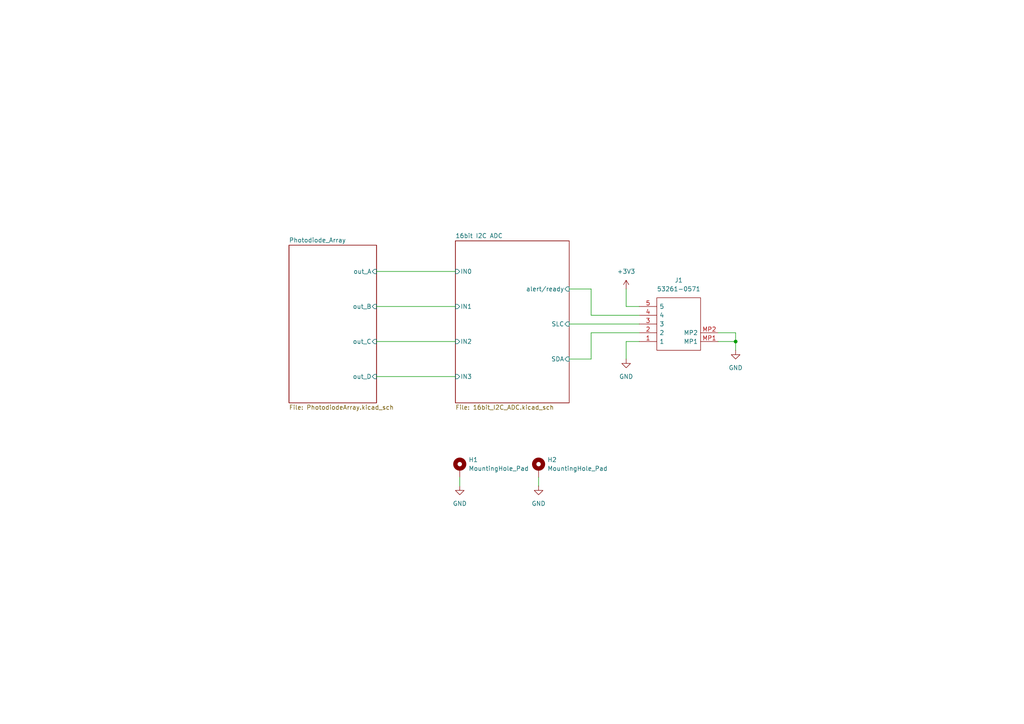
<source format=kicad_sch>
(kicad_sch (version 20231120) (generator "eeschema") (generator_version "8.0")
  (paper "A4")
  (title_block (title "Diagrama de Alto Nível") (company "SpaceLab UFSC"))
  (lib_symbols
    (symbol "53261-0571_5pin_picoblade:53261-0571" (pin_names (offset 0.762))
      (property "Reference" "J" (at 4.826 6.35 0))
      (property "Value" "53261-0571" (at 4.826 3.81 0))
      (symbol "53261-0571_0_0"
        (pin passive line (at 22.86 0 180) (length 5.08) (name "1") (number "1"))
        (pin passive line (at 22.86 -2.54 180) (length 5.08) (name "2") (number "2"))
        (pin passive line (at 22.86 -5.08 180) (length 5.08) (name "3") (number "3"))
        (pin passive line (at 22.86 -7.62 180) (length 5.08) (name "4") (number "4"))
        (pin passive line (at 22.86 -10.16 180) (length 5.08) (name "5") (number "5"))
        (pin passive line (at 0 0 0) (length 5.08) (name "MP1") (number "MP1"))
        (pin passive line (at 0 -2.54 0) (length 5.08) (name "MP2") (number "MP2"))
      )
      (symbol "53261-0571_0_1"
        (polyline (pts (xy 5.08 2.54) (xy 17.78 2.54) (xy 17.78 -12.7) (xy 5.08 -12.7) (xy 5.08 2.54)) (stroke (width 0.1524)))
      )
    )
    (symbol "Mechanical:MountingHole_Pad" (pin_numbers hide) (pin_names (offset 1.016) hide) (exclude_from_sim yes) (in_bom no)
      (property "Reference" "H" (at 0 6.35 0))
      (property "Value" "MountingHole_Pad" (at 0 4.445 0))
      (symbol "MountingHole_Pad_0_1"
        (circle (center 0 1.27) (radius 1.27) (stroke (width 1.27)))
      )
      (symbol "MountingHole_Pad_1_1"
        (pin input line (at 0 -2.54 90) (length 2.54) (name "1") (number "1"))
      )
    )
    (symbol "power:+3V3" (power) (pin_numbers hide) (pin_names (offset 0) hide)
      (property "Value" "+3V3" (at 0 3.556 0))
      (symbol "+3V3_0_1"
        (polyline (pts (xy -0.762 1.27) (xy 0 2.54)))
        (polyline (pts (xy 0 0) (xy 0 2.54)))
        (polyline (pts (xy 0 2.54) (xy 0.762 1.27)))
      )
      (symbol "+3V3_1_1"
        (pin power_in line (at 0 0 90) (length 0) (name "~") (number "1"))
      )
    )
    (symbol "power:GND" (power) (pin_numbers hide) (pin_names (offset 0) hide)
      (property "Value" "GND" (at 0 -3.81 0))
      (symbol "GND_0_1"
        (polyline (pts (xy 0 0) (xy 0 -1.27) (xy 1.27 -1.27) (xy 0 -2.54) (xy -1.27 -1.27) (xy 0 -1.27)))
      )
      (symbol "GND_1_1"
        (pin power_in line (at 0 0 270) (length 0) (name "~") (number "1"))
      )
    )
  )
  (junction (at 213.36 99.06))
  (wire (pts (xy 213.36 96.52) (xy 213.36 99.06)))
  (wire (pts (xy 133.35 140.97) (xy 133.35 138.43)))
  (wire (pts (xy 181.61 83.82) (xy 181.61 88.9)))
  (wire (pts (xy 165.1 93.98) (xy 185.42 93.98)))
  (wire (pts (xy 165.1 104.14) (xy 171.45 104.14)))
  (wire (pts (xy 171.45 91.44) (xy 171.45 83.82)))
  (wire (pts (xy 171.45 104.14) (xy 171.45 96.52)))
  (wire (pts (xy 109.22 99.06) (xy 132.08 99.06)))
  (wire (pts (xy 181.61 88.9) (xy 185.42 88.9)))
  (wire (pts (xy 185.42 91.44) (xy 171.45 91.44)))
  (wire (pts (xy 208.28 96.52) (xy 213.36 96.52)))
  (wire (pts (xy 109.22 78.74) (xy 132.08 78.74)))
  (wire (pts (xy 109.22 109.22) (xy 132.08 109.22)))
  (wire (pts (xy 208.28 99.06) (xy 213.36 99.06)))
  (wire (pts (xy 171.45 83.82) (xy 165.1 83.82)))
  (wire (pts (xy 156.21 140.97) (xy 156.21 138.43)))
  (wire (pts (xy 213.36 99.06) (xy 213.36 101.6)))
  (wire (pts (xy 109.22 88.9) (xy 132.08 88.9)))
  (wire (pts (xy 181.61 99.06) (xy 181.61 104.14)))
  (wire (pts (xy 185.42 99.06) (xy 181.61 99.06)))
  (wire (pts (xy 171.45 96.52) (xy 185.42 96.52)))
  (symbol (lib_id "power:GND") (at 181.61 104.14 0) (unit 1)
    (property "Reference" "#PWR023" (effects (hide yes)))
    (property "Value" "GND" (at 181.61 109.22 0))
    (property "Description" "Power symbol creates a global label with name \"GND\" , ground" (effects (hide yes)))
  )
  (symbol (lib_id "Mechanical:MountingHole_Pad") (at 156.21 135.89 0) (unit 1) (exclude_from_sim yes) (in_bom no)
    (property "Reference" "H2" (at 158.75 133.3499 0) (effects (justify left)))
    (property "Value" "MountingHole_Pad" (at 158.75 135.8899 0) (effects (justify left)))
    (property "Footprint" "MountingHole:MountingHole_2.2mm_M2_ISO7380_Pad_TopOnly" (effects (hide yes)))
    (property "Description" "Mounting Hole with connection" (effects (hide yes)))
  )
  (symbol (lib_id "53261-0571_5pin_picoblade:53261-0571") (at 208.28 99.06 180) (unit 1)
    (property "Reference" "J1" (at 196.85 81.28 0))
    (property "Value" "53261-0571" (at 196.85 83.82 0))
    (property "Footprint" "532610571TR250:532610571TR250" (effects (hide yes)))
    (property "Datasheet" "https://www.molex.com/pdm_docs/sd/532610571_sd.pdf" (effects (hide yes)))
    (property "Description" "Molex PICOBLADE Series, Series Number 53261, 1.25mm Pitch 5 Way 1 Row Right Angle PCB Header, Solder Termination, 1A" (effects (hide yes)))
    (property "Description_1" "Molex PICOBLADE Series, Series Number 53261, 1.25mm Pitch 5 Way 1 Row Right Angle PCB Header, Solder Termination, 1A" (effects (hide yes)))
    (property "Height" "3.4" (effects (hide yes)))
    (property "Mouser Part Number" "538-53261-0571" (effects (hide yes)))
    (property "Mouser Price/Stock" "https://www.mouser.co.uk/ProductDetail/Molex/53261-0571?qs=Z4ettq%2Fvyk9tUNWvtq%2FUoA%3D%3D" (effects (hide yes)))
    (property "Manufacturer_Name" "Molex" (effects (hide yes)))
    (property "Manufacturer_Part_Number" "53261-0571" (effects (hide yes)))
  )
  (symbol (lib_id "power:+3V3") (at 181.61 83.82 0) (unit 1)
    (property "Reference" "#PWR024" (effects (hide yes)))
    (property "Value" "+3V3" (at 181.61 78.74 0))
    (property "Description" "Power symbol creates a global label with name \"+3V3\"" (effects (hide yes)))
  )
  (symbol (lib_id "power:GND") (at 156.21 140.97 0) (unit 1)
    (property "Reference" "#PWR027" (effects (hide yes)))
    (property "Value" "GND" (at 156.21 146.05 0))
    (property "Description" "Power symbol creates a global label with name \"GND\" , ground" (effects (hide yes)))
  )
  (symbol (lib_id "power:GND") (at 213.36 101.6 0) (unit 1)
    (property "Reference" "#PWR025" (effects (hide yes)))
    (property "Value" "GND" (at 213.36 106.68 0))
    (property "Description" "Power symbol creates a global label with name \"GND\" , ground" (effects (hide yes)))
  )
  (symbol (lib_id "power:GND") (at 133.35 140.97 0) (unit 1)
    (property "Reference" "#PWR026" (effects (hide yes)))
    (property "Value" "GND" (at 133.35 146.05 0))
    (property "Description" "Power symbol creates a global label with name \"GND\" , ground" (effects (hide yes)))
  )
  (symbol (lib_id "Mechanical:MountingHole_Pad") (at 133.35 135.89 0) (unit 1) (exclude_from_sim yes) (in_bom no)
    (property "Reference" "H1" (at 135.89 133.3499 0) (effects (justify left)))
    (property "Value" "MountingHole_Pad" (at 135.89 135.8899 0) (effects (justify left)))
    (property "Footprint" "MountingHole:MountingHole_2.2mm_M2_ISO7380_Pad_TopOnly" (effects (hide yes)))
    (property "Description" "Mounting Hole with connection" (effects (hide yes)))
  )
  (sheet (at 132.08 69.85) (size 33.02 46.99) (stroke (width 0.1524))
    (property "Sheetname" "16bit I2C ADC" (at 132.08 69.1384 0) (effects (justify left bottom)))
    (property "Sheetfile" "16bit_I2C_ADC.kicad_sch" (at 132.08 117.4246 0) (effects (justify left top)))
    (pin "IN3" input (at 132.08 109.22 180))
    (pin "IN2" input (at 132.08 99.06 180))
    (pin "alert{slash}ready" input (at 165.1 83.82 0))
    (pin "IN0" input (at 132.08 78.74 180))
    (pin "IN1" input (at 132.08 88.9 180))
    (pin "SLC" input (at 165.1 93.98 0))
    (pin "SDA" input (at 165.1 104.14 0))
  )
  (sheet (at 83.82 71.12) (size 25.4 45.72) (stroke (width 0.1524))
    (property "Sheetname" "Photodiode_Array" (at 83.82 70.4084 0) (effects (justify left bottom)))
    (property "Sheetfile" "PhotodiodeArray.kicad_sch" (at 83.82 117.4246 0) (effects (justify left top)))
    (pin "out_A" input (at 109.22 78.74 0))
    (pin "out_C" input (at 109.22 99.06 0))
    (pin "out_D" input (at 109.22 109.22 0))
    (pin "out_B" input (at 109.22 88.9 0))
  )
)
</source>
